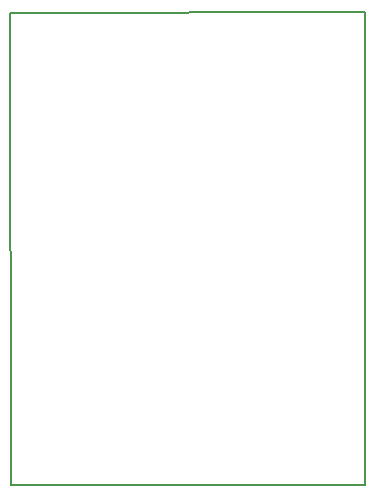
<source format=gbr>
G04 DipTrace 3.3.1.3*
G04 BoardOutline.gbr*
%MOIN*%
G04 #@! TF.FileFunction,Profile*
G04 #@! TF.Part,Single*
%ADD11C,0.005512*%
%FSLAX26Y26*%
G04*
G70*
G90*
G75*
G01*
G04 BoardOutline*
%LPD*%
X393700Y1969645D2*
D11*
X1576695Y1969854D1*
X1577595Y395871D1*
X397798Y393700D1*
X393700Y1969645D1*
M02*

</source>
